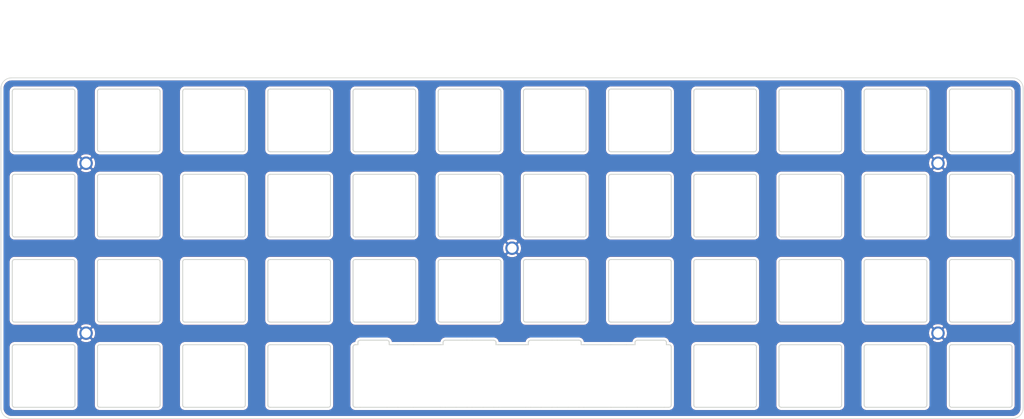
<source format=kicad_pcb>
(kicad_pcb (version 20171130) (host pcbnew "(5.1.4)-1")
  (layers (0 F.Cu signal) (31 B.Cu signal) (34 B.Paste user) (35 F.Paste user) (36 B.SilkS user) (37 F.SilkS user) (38 B.Mask user) (39 F.Mask user) (44 Edge.Cuts user))
  (net 0 "")
  (net 1 GND)
  (module bed-face-components:plate (layer F.Cu) (at 149.225 103.98125)
    (fp_text reference P1 hide)
    (fp_text value plate hide)
    (fp_arc (start -98.25 -22.07) (end -98.25 -21.57) (angle -90) (layer Edge.Cuts) (width 0.2))
    (fp_arc (start -79.199999 -35.069999) (end -78.699999 -35.069999) (angle -90) (layer Edge.Cuts) (width 0.2))
    (fp_line (start -97.75 -22.07) (end -97.75 -35.069999) (layer Edge.Cuts) (width 0.2))
    (fp_line (start -98.25 -35.569999) (end -111.249999 -35.569999) (layer Edge.Cuts) (width 0.2))
    (fp_line (start -92.199999 -21.57) (end -79.199999 -21.57) (layer Edge.Cuts) (width 0.2))
    (fp_line (start -79.199999 -35.569999) (end -92.199999 -35.569999) (layer Edge.Cuts) (width 0.2))
    (fp_arc (start -73.149999 -22.07) (end -73.649999 -22.07) (angle -90) (layer Edge.Cuts) (width 0.2))
    (fp_arc (start -79.199999 -22.07) (end -79.199999 -21.57) (angle -90) (layer Edge.Cuts) (width 0.2))
    (fp_arc (start -60.149999 -22.07) (end -60.149999 -21.57) (angle -90) (layer Edge.Cuts) (width 0.2))
    (fp_arc (start -60.149999 -35.069999) (end -59.649999 -35.069999) (angle -90) (layer Edge.Cuts) (width 0.2))
    (fp_arc (start -73.149999 -35.069999) (end -73.149999 -35.569999) (angle -90) (layer Edge.Cuts) (width 0.2))
    (fp_line (start -73.149999 -21.57) (end -60.149999 -21.57) (layer Edge.Cuts) (width 0.2))
    (fp_arc (start -111.249999 -22.07) (end -111.749999 -22.07) (angle -90) (layer Edge.Cuts) (width 0.2))
    (fp_arc (start -111.249999 -35.069999) (end -111.249999 -35.569999) (angle -90) (layer Edge.Cuts) (width 0.2))
    (fp_arc (start -92.199999 -22.07) (end -92.699999 -22.07) (angle -90) (layer Edge.Cuts) (width 0.2))
    (fp_line (start -92.699999 -35.069999) (end -92.699999 -22.07) (layer Edge.Cuts) (width 0.2))
    (fp_line (start -111.249999 -21.57) (end -98.25 -21.57) (layer Edge.Cuts) (width 0.2))
    (fp_line (start -60.149999 -35.569999) (end -73.149999 -35.569999) (layer Edge.Cuts) (width 0.2))
    (fp_line (start -59.649999 -22.07) (end -59.649999 -35.069999) (layer Edge.Cuts) (width 0.2))
    (fp_arc (start -98.25 -35.069999) (end -97.75 -35.069999) (angle -90) (layer Edge.Cuts) (width 0.2))
    (fp_line (start -111.749999 -35.069999) (end -111.749999 -22.07) (layer Edge.Cuts) (width 0.2))
    (fp_arc (start -92.199999 -35.069999) (end -92.199999 -35.569999) (angle -90) (layer Edge.Cuts) (width 0.2))
    (fp_line (start -78.699999 -22.07) (end -78.699999 -35.069999) (layer Edge.Cuts) (width 0.2))
    (fp_line (start -73.649999 -35.069999) (end -73.649999 -22.07) (layer Edge.Cuts) (width 0.2))
    (fp_line (start -54.599999 -35.069999) (end -54.599999 -22.07) (layer Edge.Cuts) (width 0.2))
    (fp_line (start 22.100001 -21.57) (end 35.100001 -21.57) (layer Edge.Cuts) (width 0.2))
    (fp_line (start 41.150001 -21.57) (end 54.150001 -21.57) (layer Edge.Cuts) (width 0.2))
    (fp_arc (start 73.200001 -22.07) (end 73.200001 -21.57) (angle -90) (layer Edge.Cuts) (width 0.2))
    (fp_line (start -2.999999 -35.569999) (end -15.999999 -35.569999) (layer Edge.Cuts) (width 0.2))
    (fp_line (start 60.200001 -21.57) (end 73.200001 -21.57) (layer Edge.Cuts) (width 0.2))
    (fp_line (start 35.100001 -35.569999) (end 22.100001 -35.569999) (layer Edge.Cuts) (width 0.2))
    (fp_arc (start 41.150001 -35.069999) (end 41.150001 -35.569999) (angle -90) (layer Edge.Cuts) (width 0.2))
    (fp_arc (start -54.099999 -22.07) (end -54.599999 -22.07) (angle -90) (layer Edge.Cuts) (width 0.2))
    (fp_line (start 73.700001 -22.07) (end 73.700001 -35.069999) (layer Edge.Cuts) (width 0.2))
    (fp_arc (start -22.049999 -22.07) (end -22.049999 -21.57) (angle -90) (layer Edge.Cuts) (width 0.2))
    (fp_line (start 59.700001 -35.069999) (end 59.700001 -22.07) (layer Edge.Cuts) (width 0.2))
    (fp_line (start 40.650001 -35.069999) (end 40.650001 -22.07) (layer Edge.Cuts) (width 0.2))
    (fp_line (start -41.099999 -35.569999) (end -54.099999 -35.569999) (layer Edge.Cuts) (width 0.2))
    (fp_arc (start -15.999999 -35.069999) (end -15.999999 -35.569999) (angle -90) (layer Edge.Cuts) (width 0.2))
    (fp_arc (start 79.250001 -22.07) (end 78.750001 -22.07) (angle -90) (layer Edge.Cuts) (width 0.2))
    (fp_arc (start 92.250001 -22.07) (end 92.250001 -21.57) (angle -90) (layer Edge.Cuts) (width 0.2))
    (fp_arc (start -15.999999 -22.07) (end -16.499999 -22.07) (angle -90) (layer Edge.Cuts) (width 0.2))
    (fp_arc (start 22.100001 -22.07) (end 21.600001 -22.07) (angle -90) (layer Edge.Cuts) (width 0.2))
    (fp_arc (start 35.100001 -35.069999) (end 35.600001 -35.069999) (angle -90) (layer Edge.Cuts) (width 0.2))
    (fp_arc (start 3.050001 -22.07) (end 2.550001 -22.07) (angle -90) (layer Edge.Cuts) (width 0.2))
    (fp_arc (start 60.200001 -35.069999) (end 60.200001 -35.569999) (angle -90) (layer Edge.Cuts) (width 0.2))
    (fp_line (start 79.250001 -21.57) (end 92.250001 -21.57) (layer Edge.Cuts) (width 0.2))
    (fp_arc (start 73.200001 -35.069999) (end 73.700001 -35.069999) (angle -90) (layer Edge.Cuts) (width 0.2))
    (fp_line (start 92.250001 -35.569999) (end 79.250001 -35.569999) (layer Edge.Cuts) (width 0.2))
    (fp_line (start 3.050001 -21.57) (end 16.05 -21.57) (layer Edge.Cuts) (width 0.2))
    (fp_arc (start 41.150001 -22.07) (end 40.650001 -22.07) (angle -90) (layer Edge.Cuts) (width 0.2))
    (fp_line (start 92.750001 -22.07) (end 92.750001 -35.069999) (layer Edge.Cuts) (width 0.2))
    (fp_line (start -54.099999 -21.57) (end -41.099999 -21.57) (layer Edge.Cuts) (width 0.2))
    (fp_line (start -2.499999 -22.07) (end -2.499999 -35.069999) (layer Edge.Cuts) (width 0.2))
    (fp_line (start 16.05 -35.569999) (end 3.050001 -35.569999) (layer Edge.Cuts) (width 0.2))
    (fp_line (start 54.650001 -22.07) (end 54.650001 -35.069999) (layer Edge.Cuts) (width 0.2))
    (fp_arc (start 54.150001 -35.069999) (end 54.650001 -35.069999) (angle -90) (layer Edge.Cuts) (width 0.2))
    (fp_line (start -22.049999 -35.569999) (end -35.049999 -35.569999) (layer Edge.Cuts) (width 0.2))
    (fp_line (start -21.549999 -22.07) (end -21.549999 -35.069999) (layer Edge.Cuts) (width 0.2))
    (fp_arc (start 16.05 -22.07) (end 16.05 -21.57) (angle -90) (layer Edge.Cuts) (width 0.2))
    (fp_arc (start -2.999999 -35.069999) (end -2.499999 -35.069999) (angle -90) (layer Edge.Cuts) (width 0.2))
    (fp_arc (start -2.999999 -22.07) (end -2.999999 -21.57) (angle -90) (layer Edge.Cuts) (width 0.2))
    (fp_line (start 2.550001 -35.069999) (end 2.550001 -22.07) (layer Edge.Cuts) (width 0.2))
    (fp_line (start -35.049999 -21.57) (end -22.049999 -21.57) (layer Edge.Cuts) (width 0.2))
    (fp_line (start -35.549999 -35.069999) (end -35.549999 -22.07) (layer Edge.Cuts) (width 0.2))
    (fp_line (start -40.599999 -22.07) (end -40.599999 -35.069999) (layer Edge.Cuts) (width 0.2))
    (fp_line (start 21.600001 -35.069999) (end 21.600001 -22.07) (layer Edge.Cuts) (width 0.2))
    (fp_arc (start -54.099999 -35.069999) (end -54.099999 -35.569999) (angle -90) (layer Edge.Cuts) (width 0.2))
    (fp_line (start 16.55 -22.07) (end 16.55 -35.069999) (layer Edge.Cuts) (width 0.2))
    (fp_arc (start 54.150001 -22.07) (end 54.150001 -21.57) (angle -90) (layer Edge.Cuts) (width 0.2))
    (fp_line (start 73.200001 -35.569999) (end 60.200001 -35.569999) (layer Edge.Cuts) (width 0.2))
    (fp_arc (start 92.250001 -35.069999) (end 92.750001 -35.069999) (angle -90) (layer Edge.Cuts) (width 0.2))
    (fp_arc (start 79.250001 -35.069999) (end 79.250001 -35.569999) (angle -90) (layer Edge.Cuts) (width 0.2))
    (fp_arc (start 60.200001 -22.07) (end 59.700001 -22.07) (angle -90) (layer Edge.Cuts) (width 0.2))
    (fp_arc (start 16.05 -35.069999) (end 16.55 -35.069999) (angle -90) (layer Edge.Cuts) (width 0.2))
    (fp_arc (start -35.049999 -22.07) (end -35.549999 -22.07) (angle -90) (layer Edge.Cuts) (width 0.2))
    (fp_arc (start 35.100001 -22.07) (end 35.100001 -21.57) (angle -90) (layer Edge.Cuts) (width 0.2))
    (fp_line (start 54.150001 -35.569999) (end 41.150001 -35.569999) (layer Edge.Cuts) (width 0.2))
    (fp_line (start -15.999999 -21.57) (end -2.999999 -21.57) (layer Edge.Cuts) (width 0.2))
    (fp_arc (start 3.050001 -35.069999) (end 3.050001 -35.569999) (angle -90) (layer Edge.Cuts) (width 0.2))
    (fp_arc (start -41.099999 -22.07) (end -41.099999 -21.57) (angle -90) (layer Edge.Cuts) (width 0.2))
    (fp_arc (start -22.049999 -35.069999) (end -21.549999 -35.069999) (angle -90) (layer Edge.Cuts) (width 0.2))
    (fp_arc (start -35.049999 -35.069999) (end -35.049999 -35.569999) (angle -90) (layer Edge.Cuts) (width 0.2))
    (fp_line (start -16.499999 -35.069999) (end -16.499999 -22.07) (layer Edge.Cuts) (width 0.2))
    (fp_line (start 35.600001 -22.07) (end 35.600001 -35.069999) (layer Edge.Cuts) (width 0.2))
    (fp_arc (start 22.100001 -35.069999) (end 22.100001 -35.569999) (angle -90) (layer Edge.Cuts) (width 0.2))
    (fp_arc (start -41.099999 -35.069999) (end -40.599999 -35.069999) (angle -90) (layer Edge.Cuts) (width 0.2))
    (fp_arc (start -2.999999 -16.019999) (end -2.499999 -16.019999) (angle -90) (layer Edge.Cuts) (width 0.2))
    (fp_arc (start -54.099999 -16.019999) (end -54.099999 -16.519999) (angle -90) (layer Edge.Cuts) (width 0.2))
    (fp_arc (start -73.149999 -16.019999) (end -73.149999 -16.519999) (angle -90) (layer Edge.Cuts) (width 0.2))
    (fp_arc (start -15.999999 -16.019999) (end -15.999999 -16.519999) (angle -90) (layer Edge.Cuts) (width 0.2))
    (fp_line (start -15.999999 -2.519999) (end -2.999999 -2.519999) (layer Edge.Cuts) (width 0.2))
    (fp_line (start -111.249999 -2.519999) (end -98.25 -2.519999) (layer Edge.Cuts) (width 0.2))
    (fp_line (start -2.999999 -16.519999) (end -15.999999 -16.519999) (layer Edge.Cuts) (width 0.2))
    (fp_line (start -73.149999 -2.519999) (end -60.149999 -2.519999) (layer Edge.Cuts) (width 0.2))
    (fp_arc (start -35.049999 -16.019999) (end -35.049999 -16.519999) (angle -90) (layer Edge.Cuts) (width 0.2))
    (fp_line (start -2.499999 -3.019999) (end -2.499999 -16.019999) (layer Edge.Cuts) (width 0.2))
    (fp_arc (start -41.099999 -16.019999) (end -40.599999 -16.019999) (angle -90) (layer Edge.Cuts) (width 0.2))
    (fp_arc (start 98.300001 -22.07) (end 97.800001 -22.07) (angle -90) (layer Edge.Cuts) (width 0.2))
    (fp_arc (start -15.999999 -3.019999) (end -16.499999 -3.019999) (angle -90) (layer Edge.Cuts) (width 0.2))
    (fp_line (start -16.499999 -16.019999) (end -16.499999 -3.019999) (layer Edge.Cuts) (width 0.2))
    (fp_arc (start -98.25 -16.019999) (end -97.75 -16.019999) (angle -90) (layer Edge.Cuts) (width 0.2))
    (fp_line (start -22.049999 -16.519999) (end -35.049999 -16.519999) (layer Edge.Cuts) (width 0.2))
    (fp_arc (start 3.050001 -3.019999) (end 2.550001 -3.019999) (angle -90) (layer Edge.Cuts) (width 0.2))
    (fp_arc (start 16.05 -3.019999) (end 16.05 -2.519999) (angle -90) (layer Edge.Cuts) (width 0.2))
    (fp_line (start 97.800001 -35.069999) (end 97.800001 -22.07) (layer Edge.Cuts) (width 0.2))
    (fp_line (start -92.699999 -16.019999) (end -92.699999 -3.019999) (layer Edge.Cuts) (width 0.2))
    (fp_arc (start -60.149999 -3.019999) (end -60.149999 -2.519999) (angle -90) (layer Edge.Cuts) (width 0.2))
    (fp_line (start -111.749999 -16.019999) (end -111.749999 -3.019999) (layer Edge.Cuts) (width 0.2))
    (fp_line (start -21.549999 -3.019999) (end -21.549999 -16.019999) (layer Edge.Cuts) (width 0.2))
    (fp_arc (start 16.05 -16.019999) (end 16.55 -16.019999) (angle -90) (layer Edge.Cuts) (width 0.2))
    (fp_line (start 3.050001 -2.519999) (end 16.05 -2.519999) (layer Edge.Cuts) (width 0.2))
    (fp_line (start 16.05 -16.519999) (end 3.050001 -16.519999) (layer Edge.Cuts) (width 0.2))
    (fp_arc (start -92.199999 -16.019999) (end -92.199999 -16.519999) (angle -90) (layer Edge.Cuts) (width 0.2))
    (fp_line (start -73.649999 -16.019999) (end -73.649999 -3.019999) (layer Edge.Cuts) (width 0.2))
    (fp_line (start 16.55 -3.019999) (end 16.55 -16.019999) (layer Edge.Cuts) (width 0.2))
    (fp_line (start -98.25 -16.519999) (end -111.249999 -16.519999) (layer Edge.Cuts) (width 0.2))
    (fp_line (start -92.199999 -2.519999) (end -79.199999 -2.519999) (layer Edge.Cuts) (width 0.2))
    (fp_arc (start -22.049999 -16.019999) (end -21.549999 -16.019999) (angle -90) (layer Edge.Cuts) (width 0.2))
    (fp_arc (start 3.050001 -16.019999) (end 3.050001 -16.519999) (angle -90) (layer Edge.Cuts) (width 0.2))
    (fp_arc (start -41.099999 -3.019999) (end -41.099999 -2.519999) (angle -90) (layer Edge.Cuts) (width 0.2))
    (fp_line (start 98.300001 -21.57) (end 111.300001 -21.57) (layer Edge.Cuts) (width 0.2))
    (fp_line (start 111.300001 -35.569999) (end 98.300001 -35.569999) (layer Edge.Cuts) (width 0.2))
    (fp_arc (start -92.199999 -3.019999) (end -92.699999 -3.019999) (angle -90) (layer Edge.Cuts) (width 0.2))
    (fp_arc (start -98.25 -3.019999) (end -98.25 -2.519999) (angle -90) (layer Edge.Cuts) (width 0.2))
    (fp_arc (start -111.249999 -3.019999) (end -111.749999 -3.019999) (angle -90) (layer Edge.Cuts) (width 0.2))
    (fp_line (start -78.699999 -3.019999) (end -78.699999 -16.019999) (layer Edge.Cuts) (width 0.2))
    (fp_arc (start 98.300001 -35.069999) (end 98.300001 -35.569999) (angle -90) (layer Edge.Cuts) (width 0.2))
    (fp_line (start 111.800001 -22.07) (end 111.800001 -35.069999) (layer Edge.Cuts) (width 0.2))
    (fp_line (start -59.649999 -3.019999) (end -59.649999 -16.019999) (layer Edge.Cuts) (width 0.2))
    (fp_arc (start -54.099999 -3.019999) (end -54.599999 -3.019999) (angle -90) (layer Edge.Cuts) (width 0.2))
    (fp_line (start -40.599999 -3.019999) (end -40.599999 -16.019999) (layer Edge.Cuts) (width 0.2))
    (fp_line (start -79.199999 -16.519999) (end -92.199999 -16.519999) (layer Edge.Cuts) (width 0.2))
    (fp_arc (start -35.049999 -3.019999) (end -35.549999 -3.019999) (angle -90) (layer Edge.Cuts) (width 0.2))
    (fp_arc (start -22.049999 -3.019999) (end -22.049999 -2.519999) (angle -90) (layer Edge.Cuts) (width 0.2))
    (fp_line (start -35.049999 -2.519999) (end -22.049999 -2.519999) (layer Edge.Cuts) (width 0.2))
    (fp_line (start -54.099999 -2.519999) (end -41.099999 -2.519999) (layer Edge.Cuts) (width 0.2))
    (fp_line (start -35.549999 -16.019999) (end -35.549999 -3.019999) (layer Edge.Cuts) (width 0.2))
    (fp_arc (start -79.199999 -3.019999) (end -79.199999 -2.519999) (angle -90) (layer Edge.Cuts) (width 0.2))
    (fp_line (start 78.750001 -35.069999) (end 78.750001 -22.07) (layer Edge.Cuts) (width 0.2))
    (fp_arc (start -73.149999 -3.019999) (end -73.649999 -3.019999) (angle -90) (layer Edge.Cuts) (width 0.2))
    (fp_line (start -54.599999 -16.019999) (end -54.599999 -3.019999) (layer Edge.Cuts) (width 0.2))
    (fp_arc (start -111.249999 -16.019999) (end -111.249999 -16.519999) (angle -90) (layer Edge.Cuts) (width 0.2))
    (fp_arc (start -79.199999 -16.019999) (end -78.699999 -16.019999) (angle -90) (layer Edge.Cuts) (width 0.2))
    (fp_arc (start 111.300001 -35.069999) (end 111.800001 -35.069999) (angle -90) (layer Edge.Cuts) (width 0.2))
    (fp_arc (start 111.300001 -22.07) (end 111.300001 -21.57) (angle -90) (layer Edge.Cuts) (width 0.2))
    (fp_line (start -97.75 -3.019999) (end -97.75 -16.019999) (layer Edge.Cuts) (width 0.2))
    (fp_line (start -60.149999 -16.519999) (end -73.149999 -16.519999) (layer Edge.Cuts) (width 0.2))
    (fp_line (start -41.099999 -16.519999) (end -54.099999 -16.519999) (layer Edge.Cuts) (width 0.2))
    (fp_arc (start -60.149999 -16.019999) (end -59.649999 -16.019999) (angle -90) (layer Edge.Cuts) (width 0.2))
    (fp_arc (start -2.999999 -3.019999) (end -2.999999 -2.519999) (angle -90) (layer Edge.Cuts) (width 0.2))
    (fp_line (start 79.250001 -2.519999) (end 92.250001 -2.519999) (layer Edge.Cuts) (width 0.2))
    (fp_arc (start 35.100001 -3.019999) (end 35.100001 -2.519999) (angle -90) (layer Edge.Cuts) (width 0.2))
    (fp_arc (start 73.200001 -16.019999) (end 73.700001 -16.019999) (angle -90) (layer Edge.Cuts) (width 0.2))
    (fp_line (start 54.650001 -3.019999) (end 54.650001 -16.019999) (layer Edge.Cuts) (width 0.2))
    (fp_line (start 73.700001 -3.019999) (end 73.700001 -16.019999) (layer Edge.Cuts) (width 0.2))
    (fp_arc (start 98.300001 -3.019999) (end 97.800001 -3.019999) (angle -90) (layer Edge.Cuts) (width 0.2))
    (fp_line (start 111.300001 -16.519999) (end 98.300001 -16.519999) (layer Edge.Cuts) (width 0.2))
    (fp_arc (start -98.25 16.030001) (end -98.25 16.530001) (angle -90) (layer Edge.Cuts) (width 0.2))
    (fp_line (start 22.100001 -2.519999) (end 35.100001 -2.519999) (layer Edge.Cuts) (width 0.2))
    (fp_arc (start -92.199999 16.030001) (end -92.699999 16.030001) (angle -90) (layer Edge.Cuts) (width 0.2))
    (fp_arc (start 35.100001 -16.019999) (end 35.600001 -16.019999) (angle -90) (layer Edge.Cuts) (width 0.2))
    (fp_line (start 98.300001 -2.519999) (end 111.300001 -2.519999) (layer Edge.Cuts) (width 0.2))
    (fp_arc (start 73.200001 -3.019999) (end 73.200001 -2.519999) (angle -90) (layer Edge.Cuts) (width 0.2))
    (fp_line (start -111.249999 16.530001) (end -98.25 16.530001) (layer Edge.Cuts) (width 0.2))
    (fp_arc (start 41.150001 -3.019999) (end 40.650001 -3.019999) (angle -90) (layer Edge.Cuts) (width 0.2))
    (fp_line (start -79.199999 2.530001) (end -92.199999 2.530001) (layer Edge.Cuts) (width 0.2))
    (fp_line (start -78.699999 16.030001) (end -78.699999 3.030001) (layer Edge.Cuts) (width 0.2))
    (fp_line (start -92.699999 3.030001) (end -92.699999 16.030001) (layer Edge.Cuts) (width 0.2))
    (fp_arc (start -73.149999 16.030001) (end -73.649999 16.030001) (angle -90) (layer Edge.Cuts) (width 0.2))
    (fp_arc (start -111.249999 16.030001) (end -111.749999 16.030001) (angle -90) (layer Edge.Cuts) (width 0.2))
    (fp_line (start -111.749999 3.030001) (end -111.749999 16.030001) (layer Edge.Cuts) (width 0.2))
    (fp_line (start -97.75 16.030001) (end -97.75 3.030001) (layer Edge.Cuts) (width 0.2))
    (fp_arc (start -79.199999 3.030001) (end -78.699999 3.030001) (angle -90) (layer Edge.Cuts) (width 0.2))
    (fp_arc (start -79.199999 16.030001) (end -79.199999 16.530001) (angle -90) (layer Edge.Cuts) (width 0.2))
    (fp_line (start 35.600001 -3.019999) (end 35.600001 -16.019999) (layer Edge.Cuts) (width 0.2))
    (fp_arc (start -60.149999 16.030001) (end -60.149999 16.530001) (angle -90) (layer Edge.Cuts) (width 0.2))
    (fp_arc (start -60.149999 3.030001) (end -59.649999 3.030001) (angle -90) (layer Edge.Cuts) (width 0.2))
    (fp_arc (start -73.149999 3.030001) (end -73.149999 2.530001) (angle -90) (layer Edge.Cuts) (width 0.2))
    (fp_line (start -73.149999 16.530001) (end -60.149999 16.530001) (layer Edge.Cuts) (width 0.2))
    (fp_line (start -60.149999 2.530001) (end -73.149999 2.530001) (layer Edge.Cuts) (width 0.2))
    (fp_line (start -59.649999 16.030001) (end -59.649999 3.030001) (layer Edge.Cuts) (width 0.2))
    (fp_line (start 78.750001 -16.019999) (end 78.750001 -3.019999) (layer Edge.Cuts) (width 0.2))
    (fp_arc (start 60.200001 -3.019999) (end 59.700001 -3.019999) (angle -90) (layer Edge.Cuts) (width 0.2))
    (fp_arc (start 54.150001 -3.019999) (end 54.150001 -2.519999) (angle -90) (layer Edge.Cuts) (width 0.2))
    (fp_arc (start 41.150001 -16.019999) (end 41.150001 -16.519999) (angle -90) (layer Edge.Cuts) (width 0.2))
    (fp_line (start 41.150001 -2.519999) (end 54.150001 -2.519999) (layer Edge.Cuts) (width 0.2))
    (fp_line (start 40.650001 -16.019999) (end 40.650001 -3.019999) (layer Edge.Cuts) (width 0.2))
    (fp_arc (start 111.300001 -16.019999) (end 111.800001 -16.019999) (angle -90) (layer Edge.Cuts) (width 0.2))
    (fp_arc (start 79.250001 -3.019999) (end 78.750001 -3.019999) (angle -90) (layer Edge.Cuts) (width 0.2))
    (fp_line (start 21.600001 -16.019999) (end 21.600001 -3.019999) (layer Edge.Cuts) (width 0.2))
    (fp_arc (start 98.300001 -16.019999) (end 98.300001 -16.519999) (angle -90) (layer Edge.Cuts) (width 0.2))
    (fp_line (start 97.800001 -16.019999) (end 97.800001 -3.019999) (layer Edge.Cuts) (width 0.2))
    (fp_line (start 73.200001 -16.519999) (end 60.200001 -16.519999) (layer Edge.Cuts) (width 0.2))
    (fp_arc (start -111.249999 3.030001) (end -111.249999 2.530001) (angle -90) (layer Edge.Cuts) (width 0.2))
    (fp_arc (start 92.250001 -3.019999) (end 92.250001 -2.519999) (angle -90) (layer Edge.Cuts) (width 0.2))
    (fp_arc (start 79.250001 -16.019999) (end 79.250001 -16.519999) (angle -90) (layer Edge.Cuts) (width 0.2))
    (fp_line (start 35.100001 -16.519999) (end 22.100001 -16.519999) (layer Edge.Cuts) (width 0.2))
    (fp_arc (start -98.25 3.030001) (end -97.75 3.030001) (angle -90) (layer Edge.Cuts) (width 0.2))
    (fp_arc (start 111.300001 -3.019999) (end 111.300001 -2.519999) (angle -90) (layer Edge.Cuts) (width 0.2))
    (fp_arc (start 60.200001 -16.019999) (end 60.200001 -16.519999) (angle -90) (layer Edge.Cuts) (width 0.2))
    (fp_line (start 54.150001 -16.519999) (end 41.150001 -16.519999) (layer Edge.Cuts) (width 0.2))
    (fp_arc (start 22.100001 -16.019999) (end 22.100001 -16.519999) (angle -90) (layer Edge.Cuts) (width 0.2))
    (fp_arc (start 54.150001 -16.019999) (end 54.650001 -16.019999) (angle -90) (layer Edge.Cuts) (width 0.2))
    (fp_line (start 59.700001 -16.019999) (end 59.700001 -3.019999) (layer Edge.Cuts) (width 0.2))
    (fp_arc (start 92.250001 -16.019999) (end 92.750001 -16.019999) (angle -90) (layer Edge.Cuts) (width 0.2))
    (fp_line (start 92.250001 -16.519999) (end 79.250001 -16.519999) (layer Edge.Cuts) (width 0.2))
    (fp_line (start 92.750001 -3.019999) (end 92.750001 -16.019999) (layer Edge.Cuts) (width 0.2))
    (fp_line (start 111.800001 -3.019999) (end 111.800001 -16.019999) (layer Edge.Cuts) (width 0.2))
    (fp_arc (start 22.100001 -3.019999) (end 21.600001 -3.019999) (angle -90) (layer Edge.Cuts) (width 0.2))
    (fp_arc (start -92.199999 3.030001) (end -92.199999 2.530001) (angle -90) (layer Edge.Cuts) (width 0.2))
    (fp_line (start 60.200001 -2.519999) (end 73.200001 -2.519999) (layer Edge.Cuts) (width 0.2))
    (fp_line (start 2.550001 -16.019999) (end 2.550001 -3.019999) (layer Edge.Cuts) (width 0.2))
    (fp_line (start -98.25 2.530001) (end -111.249999 2.530001) (layer Edge.Cuts) (width 0.2))
    (fp_line (start -92.199999 16.530001) (end -79.199999 16.530001) (layer Edge.Cuts) (width 0.2))
    (fp_line (start -54.099999 16.530001) (end -41.099999 16.530001) (layer Edge.Cuts) (width 0.2))
    (fp_arc (start -35.049999 3.030001) (end -35.049999 2.530001) (angle -90) (layer Edge.Cuts) (width 0.2))
    (fp_arc (start -41.099999 3.030001) (end -40.599999 3.030001) (angle -90) (layer Edge.Cuts) (width 0.2))
    (fp_line (start -35.049999 16.530001) (end -22.049999 16.530001) (layer Edge.Cuts) (width 0.2))
    (fp_line (start -22.049999 2.530001) (end -35.049999 2.530001) (layer Edge.Cuts) (width 0.2))
    (fp_arc (start 22.100001 16.030001) (end 21.600001 16.030001) (angle -90) (layer Edge.Cuts) (width 0.2))
    (fp_arc (start 35.100001 16.030001) (end 35.100001 16.530001) (angle -90) (layer Edge.Cuts) (width 0.2))
    (fp_line (start 22.100001 16.530001) (end 35.100001 16.530001) (layer Edge.Cuts) (width 0.2))
    (fp_arc (start 54.150001 3.030001) (end 54.650001 3.030001) (angle -90) (layer Edge.Cuts) (width 0.2))
    (fp_arc (start 35.100001 3.030001) (end 35.600001 3.030001) (angle -90) (layer Edge.Cuts) (width 0.2))
    (fp_line (start 54.150001 2.530001) (end 41.150001 2.530001) (layer Edge.Cuts) (width 0.2))
    (fp_arc (start 41.150001 3.030001) (end 41.150001 2.530001) (angle -90) (layer Edge.Cuts) (width 0.2))
    (fp_line (start 16.05 2.530001) (end 3.050001 2.530001) (layer Edge.Cuts) (width 0.2))
    (fp_line (start 54.650001 16.030001) (end 54.650001 3.030001) (layer Edge.Cuts) (width 0.2))
    (fp_arc (start 41.150001 16.030001) (end 40.650001 16.030001) (angle -90) (layer Edge.Cuts) (width 0.2))
    (fp_arc (start 73.200001 16.030001) (end 73.200001 16.530001) (angle -90) (layer Edge.Cuts) (width 0.2))
    (fp_arc (start 73.200001 3.030001) (end 73.700001 3.030001) (angle -90) (layer Edge.Cuts) (width 0.2))
    (fp_arc (start -54.099999 3.030001) (end -54.099999 2.530001) (angle -90) (layer Edge.Cuts) (width 0.2))
    (fp_line (start 73.700001 16.030001) (end 73.700001 3.030001) (layer Edge.Cuts) (width 0.2))
    (fp_line (start 59.700001 3.030001) (end 59.700001 16.030001) (layer Edge.Cuts) (width 0.2))
    (fp_arc (start 60.200001 3.030001) (end 60.200001 2.530001) (angle -90) (layer Edge.Cuts) (width 0.2))
    (fp_line (start -41.099999 2.530001) (end -54.099999 2.530001) (layer Edge.Cuts) (width 0.2))
    (fp_line (start -16.499999 3.030001) (end -16.499999 16.030001) (layer Edge.Cuts) (width 0.2))
    (fp_arc (start 16.05 16.030001) (end 16.05 16.530001) (angle -90) (layer Edge.Cuts) (width 0.2))
    (fp_line (start 60.200001 16.530001) (end 73.200001 16.530001) (layer Edge.Cuts) (width 0.2))
    (fp_line (start 41.150001 16.530001) (end 54.150001 16.530001) (layer Edge.Cuts) (width 0.2))
    (fp_arc (start 79.250001 16.030001) (end 78.750001 16.030001) (angle -90) (layer Edge.Cuts) (width 0.2))
    (fp_arc (start -41.099999 16.030001) (end -41.099999 16.530001) (angle -90) (layer Edge.Cuts) (width 0.2))
    (fp_arc (start 16.05 3.030001) (end 16.55 3.030001) (angle -90) (layer Edge.Cuts) (width 0.2))
    (fp_arc (start 92.250001 16.030001) (end 92.250001 16.530001) (angle -90) (layer Edge.Cuts) (width 0.2))
    (fp_line (start -2.999999 2.530001) (end -15.999999 2.530001) (layer Edge.Cuts) (width 0.2))
    (fp_arc (start 3.050001 3.030001) (end 3.050001 2.530001) (angle -90) (layer Edge.Cuts) (width 0.2))
    (fp_line (start -2.499999 16.030001) (end -2.499999 3.030001) (layer Edge.Cuts) (width 0.2))
    (fp_arc (start -22.049999 3.030001) (end -21.549999 3.030001) (angle -90) (layer Edge.Cuts) (width 0.2))
    (fp_line (start -35.549999 3.030001) (end -35.549999 16.030001) (layer Edge.Cuts) (width 0.2))
    (fp_line (start -15.999999 16.530001) (end -2.999999 16.530001) (layer Edge.Cuts) (width 0.2))
    (fp_arc (start -54.099999 16.030001) (end -54.599999 16.030001) (angle -90) (layer Edge.Cuts) (width 0.2))
    (fp_line (start -21.549999 16.030001) (end -21.549999 3.030001) (layer Edge.Cuts) (width 0.2))
    (fp_line (start 16.55 16.030001) (end 16.55 3.030001) (layer Edge.Cuts) (width 0.2))
    (fp_arc (start 22.100001 3.030001) (end 22.100001 2.530001) (angle -90) (layer Edge.Cuts) (width 0.2))
    (fp_line (start 21.600001 3.030001) (end 21.600001 16.030001) (layer Edge.Cuts) (width 0.2))
    (fp_arc (start -2.999999 3.030001) (end -2.499999 3.030001) (angle -90) (layer Edge.Cuts) (width 0.2))
    (fp_arc (start 60.200001 16.030001) (end 59.700001 16.030001) (angle -90) (layer Edge.Cuts) (width 0.2))
    (fp_arc (start -2.999999 16.030001) (end -2.999999 16.530001) (angle -90) (layer Edge.Cuts) (width 0.2))
    (fp_line (start 40.650001 3.030001) (end 40.650001 16.030001) (layer Edge.Cuts) (width 0.2))
    (fp_line (start 73.200001 2.530001) (end 60.200001 2.530001) (layer Edge.Cuts) (width 0.2))
    (fp_line (start -40.599999 16.030001) (end -40.599999 3.030001) (layer Edge.Cuts) (width 0.2))
    (fp_arc (start -15.999999 3.030001) (end -15.999999 2.530001) (angle -90) (layer Edge.Cuts) (width 0.2))
    (fp_line (start 2.550001 3.030001) (end 2.550001 16.030001) (layer Edge.Cuts) (width 0.2))
    (fp_arc (start 54.150001 16.030001) (end 54.150001 16.530001) (angle -90) (layer Edge.Cuts) (width 0.2))
    (fp_arc (start 92.250001 3.030001) (end 92.750001 3.030001) (angle -90) (layer Edge.Cuts) (width 0.2))
    (fp_arc (start 79.250001 3.030001) (end 79.250001 2.530001) (angle -90) (layer Edge.Cuts) (width 0.2))
    (fp_line (start 79.250001 16.530001) (end 92.250001 16.530001) (layer Edge.Cuts) (width 0.2))
    (fp_line (start 92.250001 2.530001) (end 79.250001 2.530001) (layer Edge.Cuts) (width 0.2))
    (fp_line (start 92.750001 16.030001) (end 92.750001 3.030001) (layer Edge.Cuts) (width 0.2))
    (fp_line (start -54.599999 3.030001) (end -54.599999 16.030001) (layer Edge.Cuts) (width 0.2))
    (fp_line (start -73.649999 3.030001) (end -73.649999 16.030001) (layer Edge.Cuts) (width 0.2))
    (fp_line (start 3.050001 16.530001) (end 16.05 16.530001) (layer Edge.Cuts) (width 0.2))
    (fp_arc (start -35.049999 16.030001) (end -35.549999 16.030001) (angle -90) (layer Edge.Cuts) (width 0.2))
    (fp_line (start 35.100001 2.530001) (end 22.100001 2.530001) (layer Edge.Cuts) (width 0.2))
    (fp_arc (start 3.050001 16.030001) (end 2.550001 16.030001) (angle -90) (layer Edge.Cuts) (width 0.2))
    (fp_line (start 35.600001 16.030001) (end 35.600001 3.030001) (layer Edge.Cuts) (width 0.2))
    (fp_arc (start -22.049999 16.030001) (end -22.049999 16.530001) (angle -90) (layer Edge.Cuts) (width 0.2))
    (fp_arc (start -15.999999 16.030001) (end -16.499999 16.030001) (angle -90) (layer Edge.Cuts) (width 0.2))
    (fp_arc (start -35.049999 35.080001) (end -35.549999 35.080001) (angle -90) (layer Edge.Cuts) (width 0.2))
    (fp_arc (start -35.049999 22.080001) (end -35.049999 21.580001) (angle -90) (layer Edge.Cuts) (width 0.2))
    (fp_line (start -25.524999 35.580001) (end -22.049999 35.580001) (layer Edge.Cuts) (width 0.2))
    (fp_line (start -33.962999 35.580001) (end -27.962999 35.580001) (layer Edge.Cuts) (width 0.2))
    (fp_arc (start -60.149999 35.080001) (end -60.149999 35.580001) (angle -90) (layer Edge.Cuts) (width 0.2))
    (fp_line (start -41.099999 21.580001) (end -54.099999 21.580001) (layer Edge.Cuts) (width 0.2))
    (fp_line (start -79.199999 21.580001) (end -92.199999 21.580001) (layer Edge.Cuts) (width 0.2))
    (fp_line (start -40.599999 35.080001) (end -40.599999 22.080001) (layer Edge.Cuts) (width 0.2))
    (fp_line (start -27.962999 35.580001) (end -25.524999 35.580001) (layer Edge.Cuts) (width 0.2))
    (fp_line (start -34.462999 21.580001) (end -35.049999 21.580001) (layer Edge.Cuts) (width 0.2))
    (fp_line (start -35.049999 35.580001) (end -33.962999 35.580001) (layer Edge.Cuts) (width 0.2))
    (fp_arc (start -98.25 22.080001) (end -97.75 22.080001) (angle -90) (layer Edge.Cuts) (width 0.2))
    (fp_line (start -35.549999 22.080001) (end -35.549999 35.080001) (layer Edge.Cuts) (width 0.2))
    (fp_arc (start -92.199999 22.080001) (end -92.199999 21.580001) (angle -90) (layer Edge.Cuts) (width 0.2))
    (fp_line (start -22.049999 35.580001) (end -15.999999 35.580001) (layer Edge.Cuts) (width 0.2))
    (fp_arc (start 98.300001 16.030001) (end 97.800001 16.030001) (angle -90) (layer Edge.Cuts) (width 0.2))
    (fp_line (start 78.750001 3.030001) (end 78.750001 16.030001) (layer Edge.Cuts) (width 0.2))
    (fp_line (start -111.249999 35.580001) (end -98.25 35.580001) (layer Edge.Cuts) (width 0.2))
    (fp_arc (start 111.300001 16.030001) (end 111.300001 16.530001) (angle -90) (layer Edge.Cuts) (width 0.2))
    (fp_line (start -78.699999 35.080001) (end -78.699999 22.080001) (layer Edge.Cuts) (width 0.2))
    (fp_line (start 111.800001 16.030001) (end 111.800001 3.030001) (layer Edge.Cuts) (width 0.2))
    (fp_line (start 98.300001 16.530001) (end 111.300001 16.530001) (layer Edge.Cuts) (width 0.2))
    (fp_arc (start -111.249999 22.080001) (end -111.249999 21.580001) (angle -90) (layer Edge.Cuts) (width 0.2))
    (fp_arc (start -60.149999 22.080001) (end -59.649999 22.080001) (angle -90) (layer Edge.Cuts) (width 0.2))
    (fp_line (start 111.300001 2.530001) (end 98.300001 2.530001) (layer Edge.Cuts) (width 0.2))
    (fp_arc (start -73.149999 22.080001) (end -73.149999 21.580001) (angle -90) (layer Edge.Cuts) (width 0.2))
    (fp_arc (start -41.099999 35.080001) (end -41.099999 35.580001) (angle -90) (layer Edge.Cuts) (width 0.2))
    (fp_line (start -98.25 21.580001) (end -111.249999 21.580001) (layer Edge.Cuts) (width 0.2))
    (fp_line (start -97.75 35.080001) (end -97.75 22.080001) (layer Edge.Cuts) (width 0.2))
    (fp_line (start -92.699999 22.080001) (end -92.699999 35.080001) (layer Edge.Cuts) (width 0.2))
    (fp_arc (start -54.099999 22.080001) (end -54.099999 21.580001) (angle -90) (layer Edge.Cuts) (width 0.2))
    (fp_line (start -22.049999 21.580001) (end -25.524999 21.580001) (layer Edge.Cuts) (width 0.2))
    (fp_line (start -25.524999 21.580001) (end -27.462999 21.580001) (layer Edge.Cuts) (width 0.2))
    (fp_arc (start -79.199999 35.080001) (end -79.199999 35.580001) (angle -90) (layer Edge.Cuts) (width 0.2))
    (fp_arc (start 111.300001 3.030001) (end 111.800001 3.030001) (angle -90) (layer Edge.Cuts) (width 0.2))
    (fp_arc (start -73.149999 35.080001) (end -73.649999 35.080001) (angle -90) (layer Edge.Cuts) (width 0.2))
    (fp_arc (start -98.25 35.080001) (end -98.25 35.580001) (angle -90) (layer Edge.Cuts) (width 0.2))
    (fp_arc (start -111.249999 35.080001) (end -111.749999 35.080001) (angle -90) (layer Edge.Cuts) (width 0.2))
    (fp_line (start -92.199999 35.580001) (end -79.199999 35.580001) (layer Edge.Cuts) (width 0.2))
    (fp_arc (start -79.199999 22.080001) (end -78.699999 22.080001) (angle -90) (layer Edge.Cuts) (width 0.2))
    (fp_arc (start -92.199999 35.080001) (end -92.699999 35.080001) (angle -90) (layer Edge.Cuts) (width 0.2))
    (fp_line (start -111.749999 22.080001) (end -111.749999 35.080001) (layer Edge.Cuts) (width 0.2))
    (fp_line (start -73.649999 22.080001) (end -73.649999 35.080001) (layer Edge.Cuts) (width 0.2))
    (fp_arc (start 98.300001 3.030001) (end 98.300001 2.530001) (angle -90) (layer Edge.Cuts) (width 0.2))
    (fp_line (start -59.649999 35.080001) (end -59.649999 22.080001) (layer Edge.Cuts) (width 0.2))
    (fp_arc (start -54.099999 35.080001) (end -54.599999 35.080001) (angle -90) (layer Edge.Cuts) (width 0.2))
    (fp_line (start -60.149999 21.580001) (end -73.149999 21.580001) (layer Edge.Cuts) (width 0.2))
    (fp_arc (start -41.099999 22.080001) (end -40.599999 22.080001) (angle -90) (layer Edge.Cuts) (width 0.2))
    (fp_line (start -73.149999 35.580001) (end -60.149999 35.580001) (layer Edge.Cuts) (width 0.2))
    (fp_line (start 97.800001 3.030001) (end 97.800001 16.030001) (layer Edge.Cuts) (width 0.2))
    (fp_line (start -54.099999 35.580001) (end -41.099999 35.580001) (layer Edge.Cuts) (width 0.2))
    (fp_line (start -54.599999 22.080001) (end -54.599999 35.080001) (layer Edge.Cuts) (width 0.2))
    (fp_line (start -10.086999 35.580001) (end -8.912999 35.580001) (layer Edge.Cuts) (width 0.2))
    (fp_line (start -8.912999 20.580001) (end -10.086999 20.580001) (layer Edge.Cuts) (width 0.2))
    (fp_line (start 3.050001 21.580001) (end -2.999999 21.580001) (layer Edge.Cuts) (width 0.2))
    (fp_line (start -2.999999 35.580001) (end 3.050001 35.580001) (layer Edge.Cuts) (width 0.2))
    (fp_line (start 10.137001 20.580001) (end 8.963001 20.580001) (layer Edge.Cuts) (width 0.2))
    (fp_line (start -10.086999 20.580001) (end -14.912999 20.580001) (layer Edge.Cuts) (width 0.2))
    (fp_line (start 14.963001 35.580001) (end 16.05 35.580001) (layer Edge.Cuts) (width 0.2))
    (fp_line (start 22.100001 21.580001) (end 16.05 21.580001) (layer Edge.Cuts) (width 0.2))
    (fp_line (start 28.013001 35.580001) (end 34.013001 35.580001) (layer Edge.Cuts) (width 0.2))
    (fp_line (start 34.513001 21.580001) (end 34.513001 21.080001) (layer Edge.Cuts) (width 0.2))
    (fp_line (start -8.912999 35.580001) (end -6.474999 35.580001) (layer Edge.Cuts) (width 0.2))
    (fp_line (start 25.575001 21.580001) (end 22.100001 21.580001) (layer Edge.Cuts) (width 0.2))
    (fp_line (start 3.637001 21.580001) (end 3.050001 21.580001) (layer Edge.Cuts) (width 0.2))
    (fp_arc (start 35.100001 35.080001) (end 35.100001 35.580001) (angle -90) (layer Edge.Cuts) (width 0.2))
    (fp_arc (start -27.962999 21.080001) (end -27.462999 21.080001) (angle -90) (layer Edge.Cuts) (width 0.2))
    (fp_arc (start 35.100001 22.080001) (end 35.600001 22.080001) (angle -90) (layer Edge.Cuts) (width 0.2))
    (fp_line (start 25.575001 35.580001) (end 28.013001 35.580001) (layer Edge.Cuts) (width 0.2))
    (fp_line (start 27.513001 21.580001) (end 25.575001 21.580001) (layer Edge.Cuts) (width 0.2))
    (fp_line (start 35.600001 35.080001) (end 35.600001 22.080001) (layer Edge.Cuts) (width 0.2))
    (fp_line (start 34.013001 20.580001) (end 28.013001 20.580001) (layer Edge.Cuts) (width 0.2))
    (fp_line (start 35.100001 21.580001) (end 34.513001 21.580001) (layer Edge.Cuts) (width 0.2))
    (fp_arc (start 41.150001 35.080001) (end 40.650001 35.080001) (angle -90) (layer Edge.Cuts) (width 0.2))
    (fp_arc (start 54.150001 35.080001) (end 54.150001 35.580001) (angle -90) (layer Edge.Cuts) (width 0.2))
    (fp_arc (start 54.150001 22.080001) (end 54.650001 22.080001) (angle -90) (layer Edge.Cuts) (width 0.2))
    (fp_line (start 34.013001 35.580001) (end 35.100001 35.580001) (layer Edge.Cuts) (width 0.2))
    (fp_arc (start 41.150001 22.080001) (end 41.150001 21.580001) (angle -90) (layer Edge.Cuts) (width 0.2))
    (fp_line (start 41.150001 35.580001) (end 54.150001 35.580001) (layer Edge.Cuts) (width 0.2))
    (fp_line (start -15.999999 35.580001) (end -14.912999 35.580001) (layer Edge.Cuts) (width 0.2))
    (fp_line (start 54.650001 35.080001) (end 54.650001 22.080001) (layer Edge.Cuts) (width 0.2))
    (fp_line (start 54.150001 21.580001) (end 41.150001 21.580001) (layer Edge.Cuts) (width 0.2))
    (fp_line (start 3.637001 21.080001) (end 3.637001 21.580001) (layer Edge.Cuts) (width 0.2))
    (fp_line (start 6.525001 35.580001) (end 8.963001 35.580001) (layer Edge.Cuts) (width 0.2))
    (fp_line (start 4.137001 35.580001) (end 6.525001 35.580001) (layer Edge.Cuts) (width 0.2))
    (fp_line (start -4.086999 20.580001) (end -8.912999 20.580001) (layer Edge.Cuts) (width 0.2))
    (fp_arc (start -33.962999 21.080001) (end -33.962999 20.580001) (angle -90) (layer Edge.Cuts) (width 0.2))
    (fp_line (start -34.462999 21.080001) (end -34.462999 21.580001) (layer Edge.Cuts) (width 0.2))
    (fp_line (start -27.462999 21.580001) (end -27.462999 21.080001) (layer Edge.Cuts) (width 0.2))
    (fp_line (start 3.050001 35.580001) (end 4.137001 35.580001) (layer Edge.Cuts) (width 0.2))
    (fp_line (start 12.575001 35.580001) (end 14.963001 35.580001) (layer Edge.Cuts) (width 0.2))
    (fp_line (start -14.912999 35.580001) (end -12.524999 35.580001) (layer Edge.Cuts) (width 0.2))
    (fp_line (start -3.586999 21.580001) (end -3.586999 21.080001) (layer Edge.Cuts) (width 0.2))
    (fp_line (start 16.05 35.580001) (end 22.100001 35.580001) (layer Edge.Cuts) (width 0.2))
    (fp_line (start 14.963001 20.580001) (end 10.137001 20.580001) (layer Edge.Cuts) (width 0.2))
    (fp_line (start 22.100001 35.580001) (end 25.575001 35.580001) (layer Edge.Cuts) (width 0.2))
    (fp_line (start 10.137001 35.580001) (end 12.575001 35.580001) (layer Edge.Cuts) (width 0.2))
    (fp_line (start -6.474999 35.580001) (end -4.086999 35.580001) (layer Edge.Cuts) (width 0.2))
    (fp_arc (start -14.912999 21.080001) (end -14.912999 20.580001) (angle -90) (layer Edge.Cuts) (width 0.2))
    (fp_arc (start 28.013001 21.080001) (end 28.013001 20.580001) (angle -90) (layer Edge.Cuts) (width 0.2))
    (fp_line (start 16.05 21.580001) (end 15.463001 21.580001) (layer Edge.Cuts) (width 0.2))
    (fp_line (start -2.999999 21.580001) (end -3.586999 21.580001) (layer Edge.Cuts) (width 0.2))
    (fp_line (start -4.086999 35.580001) (end -2.999999 35.580001) (layer Edge.Cuts) (width 0.2))
    (fp_line (start -12.524999 35.580001) (end -10.086999 35.580001) (layer Edge.Cuts) (width 0.2))
    (fp_line (start -27.962999 20.580001) (end -33.962999 20.580001) (layer Edge.Cuts) (width 0.2))
    (fp_line (start 8.963001 35.580001) (end 10.137001 35.580001) (layer Edge.Cuts) (width 0.2))
    (fp_line (start 15.463001 21.580001) (end 15.463001 21.080001) (layer Edge.Cuts) (width 0.2))
    (fp_line (start -15.412999 21.580001) (end -15.999999 21.580001) (layer Edge.Cuts) (width 0.2))
    (fp_line (start -15.412999 21.080001) (end -15.412999 21.580001) (layer Edge.Cuts) (width 0.2))
    (fp_arc (start 34.013001 21.080001) (end 34.513001 21.080001) (angle -90) (layer Edge.Cuts) (width 0.2))
    (fp_line (start -15.999999 21.580001) (end -22.049999 21.580001) (layer Edge.Cuts) (width 0.2))
    (fp_line (start 27.513001 21.080001) (end 27.513001 21.580001) (layer Edge.Cuts) (width 0.2))
    (fp_arc (start 14.963001 21.080001) (end 15.463001 21.080001) (angle -90) (layer Edge.Cuts) (width 0.2))
    (fp_line (start 8.963001 20.580001) (end 4.137001 20.580001) (layer Edge.Cuts) (width 0.2))
    (fp_arc (start -4.086999 21.080001) (end -3.586999 21.080001) (angle -90) (layer Edge.Cuts) (width 0.2))
    (fp_arc (start 4.137001 21.080001) (end 4.137001 20.580001) (angle -90) (layer Edge.Cuts) (width 0.2))
    (fp_arc (start 60.200001 35.080001) (end 59.700001 35.080001) (angle -90) (layer Edge.Cuts) (width 0.2))
    (fp_line (start 92.750001 35.080001) (end 92.750001 22.080001) (layer Edge.Cuts) (width 0.2))
    (fp_arc (start 73.200001 22.080001) (end 73.700001 22.080001) (angle -90) (layer Edge.Cuts) (width 0.2))
    (fp_line (start 79.250001 35.580001) (end 92.250001 35.580001) (layer Edge.Cuts) (width 0.2))
    (fp_arc (start 92.250001 35.080001) (end 92.250001 35.580001) (angle -90) (layer Edge.Cuts) (width 0.2))
    (fp_arc (start 111.300001 35.080001) (end 111.300001 35.580001) (angle -90) (layer Edge.Cuts) (width 0.2))
    (fp_line (start 111.300001 21.580001) (end 98.300001 21.580001) (layer Edge.Cuts) (width 0.2))
    (fp_line (start 78.750001 22.080001) (end 78.750001 35.080001) (layer Edge.Cuts) (width 0.2))
    (fp_line (start 111.800001 35.080001) (end 111.800001 22.080001) (layer Edge.Cuts) (width 0.2))
    (fp_line (start 73.700001 35.080001) (end 73.700001 22.080001) (layer Edge.Cuts) (width 0.2))
    (fp_line (start 59.700001 22.080001) (end 59.700001 35.080001) (layer Edge.Cuts) (width 0.2))
    (fp_arc (start 111.300001 22.080001) (end 111.800001 22.080001) (angle -90) (layer Edge.Cuts) (width 0.2))
    (fp_arc (start 79.250001 22.080001) (end 79.250001 21.580001) (angle -90) (layer Edge.Cuts) (width 0.2))
    (fp_arc (start 92.250001 22.080001) (end 92.750001 22.080001) (angle -90) (layer Edge.Cuts) (width 0.2))
    (fp_line (start 73.200001 21.580001) (end 60.200001 21.580001) (layer Edge.Cuts) (width 0.2))
    (fp_arc (start 79.250001 35.080001) (end 78.750001 35.080001) (angle -90) (layer Edge.Cuts) (width 0.2))
    (fp_line (start 40.650001 22.080001) (end 40.650001 35.080001) (layer Edge.Cuts) (width 0.2))
    (fp_line (start 97.800001 22.080001) (end 97.800001 35.080001) (layer Edge.Cuts) (width 0.2))
    (fp_arc (start 98.300001 22.080001) (end 98.300001 21.580001) (angle -90) (layer Edge.Cuts) (width 0.2))
    (fp_arc (start 73.200001 35.080001) (end 73.200001 35.580001) (angle -90) (layer Edge.Cuts) (width 0.2))
    (fp_line (start 92.250001 21.580001) (end 79.250001 21.580001) (layer Edge.Cuts) (width 0.2))
    (fp_line (start 98.300001 35.580001) (end 111.300001 35.580001) (layer Edge.Cuts) (width 0.2))
    (fp_line (start 60.200001 35.580001) (end 73.200001 35.580001) (layer Edge.Cuts) (width 0.2))
    (fp_arc (start 60.200001 22.080001) (end 60.200001 21.580001) (angle -90) (layer Edge.Cuts) (width 0.2))
    (fp_arc (start 98.300001 35.080001) (end 97.800001 35.080001) (angle -90) (layer Edge.Cuts) (width 0.2))
  )
  (module bed-face-components:2.1mm_Screw_Hole (layer F.Cu) (at 39.975 48.73125)
    (fp_text reference H5 hide)
    (fp_text value MountingHole_Pad hide)
    (pad 1 thru_hole circle (at 204.5 36.25) (size 3 3) (drill 2.1) (layers *.Cu *.Mask) (net 1 GND))
  )
  (module bed-face-components:2.1mm_Screw_Hole (layer F.Cu) (at 244.475 122.98125)
    (fp_text reference H4 hide)
    (fp_text value MountingHole_Pad hide)
    (pad 1 thru_hole circle (at 0 0) (size 3 3) (drill 2.1) (layers *.Cu *.Mask) (net 1 GND))
  )
  (module bed-face-components:2.1mm_Screw_Hole (layer F.Cu) (at 149.225 103.98125)
    (fp_text reference H3 hide)
    (fp_text value MountingHole_Pad hide)
    (pad 1 thru_hole circle (at 0 0) (size 3 3) (drill 2.1) (layers *.Cu *.Mask) (net 1 GND))
  )
  (module bed-face-components:2.1mm_Screw_Hole (layer F.Cu) (at 53.975 122.98125)
    (fp_text reference H2 hide)
    (fp_text value MountingHole_Pad hide)
    (pad 1 thru_hole circle (at 0 0) (size 3 3) (drill 2.1) (layers *.Cu *.Mask) (net 1 GND))
  )
  (module bed-face-components:2.1mm_Screw_Hole (layer F.Cu) (at 53.975 84.98125)
    (fp_text reference H1 hide)
    (fp_text value MountingHole_Pad hide)
    (pad 1 thru_hole circle (at 0 0) (size 3 3) (drill 2.1) (layers *.Cu *.Mask) (net 1 GND))
  )
  (gr_line (start 37.30625 65.88125) (end 261.14375 65.88125) (layer Edge.Cuts) (width 0.15))
  (gr_line (start 263.525 139.7) (end 263.525 68.2625) (layer Edge.Cuts) (width 0.15))
  (gr_line (start 37.30625 142.08125) (end 261.14375 142.08125) (layer Edge.Cuts) (width 0.15))
  (gr_line (start 34.925 68.2625) (end 34.925 139.7) (layer Edge.Cuts) (width 0.15))
  (gr_arc (start 37.30625 68.2625) (end 37.30625 65.88125) (angle -90) (layer Edge.Cuts) (width 0.15))
  (gr_arc (start 37.30625 139.7) (end 34.925 139.7) (angle -90) (layer Edge.Cuts) (width 0.15))
  (gr_arc (start 261.14375 139.7) (end 261.14375 142.08125) (angle -90) (layer Edge.Cuts) (width 0.15))
  (gr_arc (start 261.14375 68.2625) (end 263.525 68.2625) (angle -90) (layer Edge.Cuts) (width 0.15))
  (zone (net 1) (net_name GND) (layer F.Cu) (connect_pads (clearance 0.508)) (min_thickness 0.254) (fill yes (arc_segments 32) (thermal_gap 0.508) (thermal_bridge_width 0.508))
    (polygon (pts (xy 34.725 65.73125) (xy 263.725 65.73125) (xy 263.725 142.23125) (xy 34.725 142.23125)))
  )
  (zone (net 1) (net_name GND) (layer B.Cu) (connect_pads (clearance 0.508)) (min_thickness 0.254) (fill yes (arc_segments 32) (thermal_gap 0.508) (thermal_bridge_width 0.508))
    (polygon (pts (xy 34.725 65.73125) (xy 263.725 65.73125) (xy 263.725 142.23125) (xy 34.725 142.23125)))
  )
)
</source>
